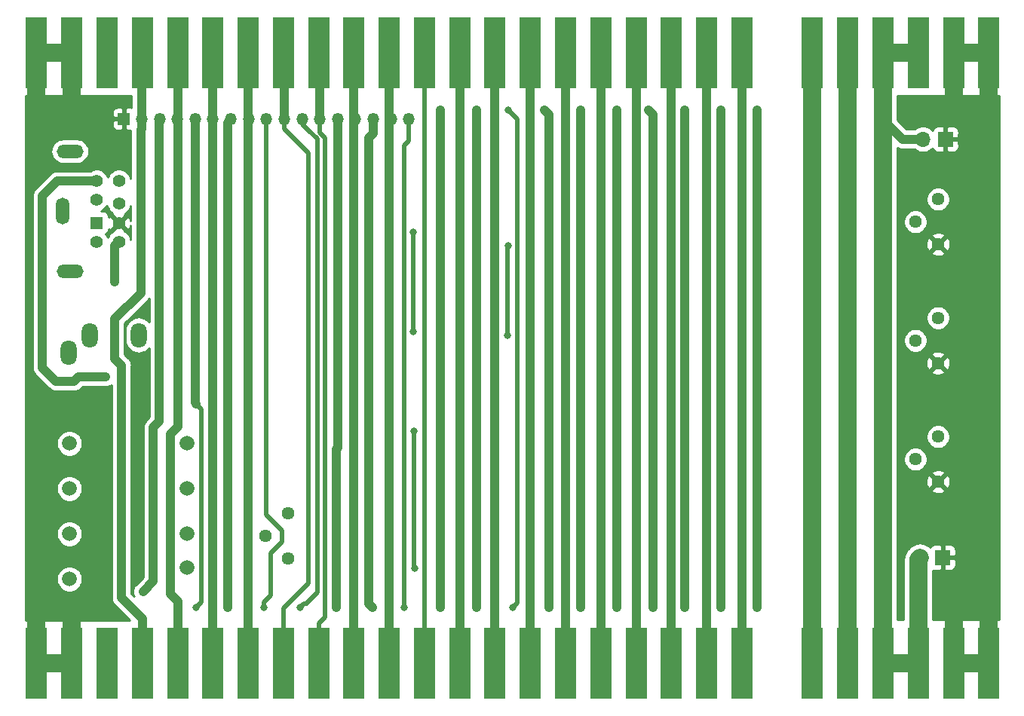
<source format=gbr>
G04 #@! TF.GenerationSoftware,KiCad,Pcbnew,(5.1.5)-3*
G04 #@! TF.CreationDate,2020-06-07T22:31:29+02:00*
G04 #@! TF.ProjectId,betsubetsu,62657473-7562-4657-9473-752e6b696361,rev?*
G04 #@! TF.SameCoordinates,Original*
G04 #@! TF.FileFunction,Copper,L2,Bot*
G04 #@! TF.FilePolarity,Positive*
%FSLAX46Y46*%
G04 Gerber Fmt 4.6, Leading zero omitted, Abs format (unit mm)*
G04 Created by KiCad (PCBNEW (5.1.5)-3) date 2020-06-07 22:31:29*
%MOMM*%
%LPD*%
G04 APERTURE LIST*
%ADD10O,1.700000X1.700000*%
%ADD11R,1.700000X1.700000*%
%ADD12O,1.350000X1.350000*%
%ADD13R,1.350000X1.350000*%
%ADD14C,1.440000*%
%ADD15R,2.350000X8.000000*%
%ADD16O,1.500000X3.000000*%
%ADD17O,3.000000X1.500000*%
%ADD18C,1.408000*%
%ADD19R,1.408000X1.408000*%
%ADD20O,1.800000X2.800000*%
%ADD21C,1.665000*%
%ADD22C,0.800000*%
%ADD23C,2.000000*%
%ADD24C,1.000000*%
%ADD25C,0.500000*%
%ADD26C,0.254000*%
G04 APERTURE END LIST*
D10*
X197815200Y-70866000D03*
D11*
X200355200Y-70866000D03*
D12*
X140102400Y-68580000D03*
X138102400Y-68580000D03*
X136102400Y-68580000D03*
X134102400Y-68580000D03*
X132102400Y-68580000D03*
X130102400Y-68580000D03*
X128102400Y-68580000D03*
X126102400Y-68580000D03*
X124102400Y-68580000D03*
X122102400Y-68580000D03*
X120102400Y-68580000D03*
X118102400Y-68580000D03*
X116102400Y-68580000D03*
X114102400Y-68580000D03*
X112102400Y-68580000D03*
X110102400Y-68580000D03*
D13*
X108102400Y-68580000D03*
D14*
X126492000Y-112903000D03*
X123952000Y-115443000D03*
X126492000Y-117983000D03*
D10*
X197485000Y-117856000D03*
D11*
X200025000Y-117856000D03*
D15*
X98289000Y-61164000D03*
X102249000Y-61164000D03*
X106209000Y-61164000D03*
X110169000Y-61164000D03*
X114129000Y-61164000D03*
X118089000Y-61164000D03*
X122049000Y-61164000D03*
X126009000Y-61164000D03*
X129969000Y-61164000D03*
X133929000Y-61164000D03*
X137889000Y-61164000D03*
X141849000Y-61164000D03*
X145809000Y-61164000D03*
X149769000Y-61164000D03*
X153729000Y-61164000D03*
X157689000Y-61164000D03*
X161649000Y-61164000D03*
X165609000Y-61164000D03*
X169569000Y-61164000D03*
X173529000Y-61164000D03*
X177489000Y-61164000D03*
X185409000Y-61164000D03*
X189369000Y-61164000D03*
X193329000Y-61164000D03*
X197289000Y-61164000D03*
X201249000Y-61164000D03*
X205209000Y-61164000D03*
X126009000Y-61164000D03*
X106209000Y-61164000D03*
X153729000Y-61164000D03*
X205209000Y-61164000D03*
X201249000Y-61164000D03*
X161649000Y-61164000D03*
X137889000Y-61164000D03*
X98289000Y-61164000D03*
X145809000Y-61164000D03*
X133929000Y-61164000D03*
X114129000Y-61164000D03*
X165609000Y-61164000D03*
X149769000Y-61164000D03*
X169569000Y-61164000D03*
X110169000Y-61164000D03*
X173529000Y-61164000D03*
X157689000Y-61164000D03*
X177489000Y-61164000D03*
X197289000Y-61164000D03*
X141849000Y-61164000D03*
X102249000Y-61164000D03*
X118089000Y-61164000D03*
X129969000Y-61164000D03*
X122049000Y-61164000D03*
X185409000Y-61164000D03*
X193329000Y-61164000D03*
X189369000Y-61164000D03*
D16*
X101229000Y-78964000D03*
D17*
X102029000Y-72214000D03*
X102029000Y-85714000D03*
D18*
X107529000Y-82364000D03*
X107529000Y-78064000D03*
X107529000Y-75564000D03*
X105029000Y-82364000D03*
X107529000Y-80264000D03*
X105029000Y-75564000D03*
X105029000Y-77664000D03*
D19*
X105029000Y-80264000D03*
D15*
X98289000Y-129744000D03*
X102249000Y-129744000D03*
X106209000Y-129744000D03*
X110169000Y-129744000D03*
X114129000Y-129744000D03*
X118089000Y-129744000D03*
X122049000Y-129744000D03*
X126009000Y-129744000D03*
X129969000Y-129744000D03*
X133929000Y-129744000D03*
X137889000Y-129744000D03*
X141849000Y-129744000D03*
X145809000Y-129744000D03*
X149769000Y-129744000D03*
X153729000Y-129744000D03*
X157689000Y-129744000D03*
X161649000Y-129744000D03*
X165609000Y-129744000D03*
X169569000Y-129744000D03*
X173529000Y-129744000D03*
X177489000Y-129744000D03*
X185409000Y-129744000D03*
X189369000Y-129744000D03*
X193329000Y-129744000D03*
X197289000Y-129744000D03*
X201249000Y-129744000D03*
X205209000Y-129744000D03*
X126009000Y-129744000D03*
X106209000Y-129744000D03*
X153729000Y-129744000D03*
X205209000Y-129744000D03*
X201249000Y-129744000D03*
X161649000Y-129744000D03*
X137889000Y-129744000D03*
X98289000Y-129744000D03*
X145809000Y-129744000D03*
X133929000Y-129744000D03*
X114129000Y-129744000D03*
X165609000Y-129744000D03*
X149769000Y-129744000D03*
X169569000Y-129744000D03*
X110169000Y-129744000D03*
X173529000Y-129744000D03*
X157689000Y-129744000D03*
X177489000Y-129744000D03*
X197289000Y-129744000D03*
X141849000Y-129744000D03*
X102249000Y-129744000D03*
X118089000Y-129744000D03*
X129969000Y-129744000D03*
X122049000Y-129744000D03*
X185409000Y-129744000D03*
X193329000Y-129744000D03*
X189369000Y-129744000D03*
D20*
X109754000Y-92869000D03*
X104254000Y-92869000D03*
X101854000Y-94869000D03*
D14*
X199517000Y-104267000D03*
X196977000Y-106807000D03*
X199517000Y-109347000D03*
X199517000Y-90932000D03*
X196977000Y-93472000D03*
X199517000Y-96012000D03*
X199517000Y-77597000D03*
X196977000Y-80137000D03*
X199517000Y-82677000D03*
D21*
X115189000Y-118999000D03*
X115189000Y-115189000D03*
X115189000Y-110109000D03*
X115189000Y-105029000D03*
X101981000Y-105029000D03*
X101981000Y-110109000D03*
X101981000Y-115189000D03*
X101981000Y-120269000D03*
D22*
X102249000Y-66483200D03*
X98289000Y-66531600D03*
X98289000Y-123935600D03*
X102249000Y-123938000D03*
X201249000Y-67025800D03*
X205209000Y-67028200D03*
X201307700Y-123685300D03*
X205209000Y-123744000D03*
X109601000Y-100076000D03*
X109601000Y-113284000D03*
X106045000Y-100076000D03*
X98171000Y-99060000D03*
X106045000Y-66548000D03*
X106045000Y-97536000D03*
X140733593Y-119044841D03*
X193329000Y-119472000D03*
X140664763Y-103673863D03*
X193329000Y-122428000D03*
X193329000Y-124044000D03*
X193329000Y-67148000D03*
X193329000Y-68672000D03*
X157689000Y-115144000D03*
X163449000Y-67564000D03*
X163449000Y-123444000D03*
X163449000Y-106680000D03*
X161649000Y-100308000D03*
X159385000Y-67564000D03*
X159385000Y-123444000D03*
X159385000Y-74676000D03*
X107061000Y-86868000D03*
X169418000Y-117094000D03*
X171069000Y-67564000D03*
X171069000Y-123444000D03*
X171069000Y-118237000D03*
X110236000Y-121666000D03*
X116205000Y-123444000D03*
X119761000Y-123444000D03*
X123825000Y-123444000D03*
X127889000Y-123444000D03*
X131953000Y-123444000D03*
X136017000Y-123444000D03*
X139573000Y-123444000D03*
X143637000Y-67564000D03*
X143637000Y-123444000D03*
X147701000Y-67564000D03*
X147701000Y-123444000D03*
X151257000Y-67564000D03*
X151765000Y-123444000D03*
X155321000Y-67564000D03*
X155829000Y-123444000D03*
X167005000Y-67564000D03*
X167513000Y-123444000D03*
X175133000Y-67564000D03*
X175133000Y-123444000D03*
X179197000Y-67564000D03*
X179197000Y-123444000D03*
X185409000Y-67056000D03*
X185409000Y-122428000D03*
X185409000Y-123836000D03*
X185409000Y-68464000D03*
X189357000Y-67056000D03*
X189357000Y-122428000D03*
X189357000Y-123952000D03*
X189369000Y-68568000D03*
X151188364Y-92894627D03*
X151257000Y-82804000D03*
X140589000Y-92456000D03*
X140589000Y-81280000D03*
D23*
X205209000Y-129744000D02*
X201249000Y-129744000D01*
X201249000Y-61164000D02*
X205209000Y-61164000D01*
X98289000Y-129744000D02*
X102249000Y-129744000D01*
X102249000Y-61164000D02*
X98289000Y-61164000D01*
X205209000Y-67164000D02*
X204546200Y-67826800D01*
X205209000Y-61164000D02*
X205209000Y-67028200D01*
X201249000Y-67164000D02*
X201980800Y-67895800D01*
X201249000Y-61164000D02*
X201249000Y-67025800D01*
X201249000Y-123744000D02*
X201307700Y-123685300D01*
X201249000Y-129744000D02*
X201249000Y-123744000D01*
X205209000Y-123744000D02*
X204680400Y-123215400D01*
X205209000Y-129744000D02*
X205209000Y-123744000D01*
X102249000Y-123744000D02*
X101955600Y-123450600D01*
X102249000Y-129744000D02*
X102249000Y-123938000D01*
X98289000Y-123744000D02*
X98602800Y-123430200D01*
X98289000Y-129744000D02*
X98289000Y-123935600D01*
X98289000Y-67164000D02*
X98882200Y-67757200D01*
X98289000Y-61164000D02*
X98289000Y-66531600D01*
X102249000Y-67164000D02*
X101468000Y-67945000D01*
X102249000Y-61164000D02*
X102249000Y-66483200D01*
X102249000Y-66483200D02*
X102249000Y-67164000D01*
X98289000Y-66531600D02*
X98289000Y-67164000D01*
X98289000Y-123935600D02*
X98289000Y-123744000D01*
X102249000Y-123938000D02*
X102249000Y-123744000D01*
X201249000Y-67025800D02*
X201249000Y-67164000D01*
X205209000Y-67028200D02*
X205209000Y-67164000D01*
X201307700Y-123685300D02*
X201320400Y-123672600D01*
X197289000Y-61164000D02*
X193329000Y-61164000D01*
X197289000Y-129744000D02*
X193329000Y-129744000D01*
X193329000Y-68234000D02*
X193329000Y-67148000D01*
X193329000Y-129744000D02*
X193329000Y-123479000D01*
D24*
X106045000Y-97536000D02*
X102997000Y-97536000D01*
X102997000Y-97536000D02*
X102489000Y-98044000D01*
X102489000Y-98044000D02*
X100457000Y-98044000D01*
X100457000Y-98044000D02*
X98933000Y-96520000D01*
X98933000Y-96520000D02*
X98933000Y-77216000D01*
X100585000Y-75564000D02*
X105029000Y-75564000D01*
X98933000Y-77216000D02*
X100585000Y-75564000D01*
D25*
X140688906Y-110345664D02*
X140688906Y-119000154D01*
X140688906Y-119000154D02*
X140733593Y-119044841D01*
D23*
X193329000Y-123479000D02*
X193329000Y-119472000D01*
X193329000Y-119472000D02*
X193329000Y-68672000D01*
D25*
X140664763Y-110321521D02*
X140664763Y-103673863D01*
X140688906Y-110345664D02*
X140664763Y-110321521D01*
D23*
X193329000Y-67148000D02*
X193329000Y-61164000D01*
X193329000Y-68672000D02*
X193329000Y-68234000D01*
X197289000Y-118052000D02*
X197485000Y-117856000D01*
X197289000Y-129744000D02*
X197289000Y-118052000D01*
D24*
X195523000Y-70866000D02*
X193329000Y-68672000D01*
X197815200Y-70866000D02*
X195523000Y-70866000D01*
X157689000Y-129744000D02*
X157689000Y-116668000D01*
X157689000Y-116668000D02*
X157689000Y-115144000D01*
X157689000Y-115144000D02*
X157689000Y-61164000D01*
X163449000Y-67564000D02*
X163449000Y-106680000D01*
X163449000Y-123444000D02*
X163449000Y-106680000D01*
X161649000Y-129744000D02*
X161649000Y-100308000D01*
X161649000Y-100308000D02*
X161649000Y-61164000D01*
X159385000Y-76708000D02*
X159385000Y-123444000D01*
X159385000Y-67564000D02*
X159385000Y-74676000D01*
X159385000Y-74676000D02*
X159385000Y-76708000D01*
X107061000Y-82832000D02*
X107529000Y-82364000D01*
X107061000Y-86868000D02*
X107061000Y-82832000D01*
X169569000Y-120928000D02*
X169569000Y-129744000D01*
X169569000Y-118388000D02*
X169569000Y-120928000D01*
X169569000Y-116943000D02*
X169569000Y-118388000D01*
D25*
X169569000Y-116943000D02*
X169418000Y-117094000D01*
D24*
X169569000Y-61164000D02*
X169569000Y-116943000D01*
X171069000Y-118872000D02*
X171069000Y-123444000D01*
X171069000Y-67564000D02*
X171069000Y-116332000D01*
X171069000Y-116332000D02*
X171069000Y-118237000D01*
X171069000Y-118237000D02*
X171069000Y-118872000D01*
X112077000Y-68707000D02*
X112077000Y-102553000D01*
X112077000Y-102553000D02*
X111379000Y-103251000D01*
X111379000Y-120523000D02*
X111379000Y-103251000D01*
X110236000Y-121666000D02*
X111379000Y-120523000D01*
D25*
X116814182Y-101193182D02*
X116814182Y-122834818D01*
X116814182Y-122834818D02*
X116205000Y-123444000D01*
X116205000Y-100584000D02*
X116814182Y-101193182D01*
D24*
X116077000Y-100456000D02*
X116077000Y-68707000D01*
X116205000Y-100584000D02*
X116077000Y-100456000D01*
X119761000Y-69023000D02*
X120077000Y-68707000D01*
X119761000Y-123444000D02*
X119761000Y-69023000D01*
D25*
X124102400Y-113053400D02*
X124102400Y-68580000D01*
X125857000Y-114808000D02*
X124102400Y-113053400D01*
X124587000Y-122116315D02*
X124587000Y-117348000D01*
X123825000Y-123444000D02*
X123825000Y-122878315D01*
X124587000Y-117348000D02*
X125857000Y-116078000D01*
X123825000Y-122878315D02*
X124587000Y-122116315D01*
X125857000Y-116078000D02*
X125857000Y-114808000D01*
X128102400Y-69174400D02*
X128102400Y-68580000D01*
X128778000Y-69850000D02*
X128102400Y-69174400D01*
X128804037Y-69850000D02*
X128778000Y-69850000D01*
X127889000Y-123444000D02*
X128288999Y-123044001D01*
X128669999Y-123044001D02*
X128669999Y-122917001D01*
X129794000Y-70839963D02*
X128804037Y-69850000D01*
X128288999Y-123044001D02*
X128669999Y-123044001D01*
X128669999Y-122917001D02*
X129794000Y-121793000D01*
X129794000Y-121793000D02*
X129794000Y-70839963D01*
D24*
X131953000Y-105664000D02*
X131953000Y-123444000D01*
X132102400Y-105514600D02*
X132102400Y-68580000D01*
X131953000Y-105664000D02*
X132102400Y-105514600D01*
X135617001Y-123044001D02*
X135617001Y-70732599D01*
X136017000Y-123444000D02*
X135617001Y-123044001D01*
X136102400Y-70247200D02*
X136102400Y-68580000D01*
X135617001Y-70732599D02*
X136102400Y-70247200D01*
D25*
X140102400Y-71073200D02*
X140102400Y-68580000D01*
X139573000Y-123444000D02*
X139573000Y-71602600D01*
X139573000Y-71602600D02*
X140102400Y-71073200D01*
D24*
X143637000Y-67564000D02*
X143637000Y-69088000D01*
X143637000Y-69088000D02*
X143637000Y-123444000D01*
X147701000Y-107188000D02*
X147701000Y-67564000D01*
X147701000Y-123444000D02*
X147701000Y-107188000D01*
D25*
X152273000Y-122936000D02*
X151765000Y-123444000D01*
X151257000Y-67564000D02*
X152273000Y-68580000D01*
X152273000Y-68580000D02*
X152273000Y-122936000D01*
D24*
X155829000Y-123444000D02*
X155829000Y-68072000D01*
X155829000Y-68072000D02*
X155321000Y-67564000D01*
X167513000Y-68072000D02*
X167513000Y-123444000D01*
X167005000Y-67564000D02*
X167513000Y-68072000D01*
X175133000Y-67564000D02*
X175133000Y-123444000D01*
X179197000Y-67564000D02*
X179197000Y-123444000D01*
D23*
X185409000Y-61164000D02*
X185409000Y-67194000D01*
X185409000Y-67194000D02*
X185409000Y-123709000D01*
X185409000Y-123709000D02*
X185409000Y-129744000D01*
X189369000Y-129744000D02*
X189369000Y-123744000D01*
X189369000Y-61164000D02*
X189369000Y-67449000D01*
X189369000Y-123744000D02*
X189369000Y-67449000D01*
D24*
X177489000Y-123273055D02*
X177489000Y-129744000D01*
X177489000Y-61164000D02*
X177489000Y-123273055D01*
X173529000Y-129744000D02*
X173529000Y-61164000D01*
X165609000Y-66164000D02*
X165609000Y-129744000D01*
X165609000Y-61164000D02*
X165609000Y-66164000D01*
X153729000Y-63989000D02*
X153729000Y-129744000D01*
X153729000Y-61164000D02*
X153729000Y-63989000D01*
X149769000Y-129744000D02*
X149769000Y-61164000D01*
X145809000Y-61164000D02*
X145809000Y-129744000D01*
D25*
X141849000Y-129744000D02*
X141849000Y-61164000D01*
D24*
X137889000Y-61164000D02*
X137889000Y-129744000D01*
X133929000Y-129744000D02*
X133929000Y-61164000D01*
D25*
X129969000Y-125244000D02*
X130683000Y-124530000D01*
X129969000Y-129744000D02*
X129969000Y-125244000D01*
X130683000Y-124530000D02*
X130683000Y-70739000D01*
X130102400Y-70158400D02*
X130102400Y-68580000D01*
X130683000Y-70739000D02*
X130102400Y-70158400D01*
D24*
X130102400Y-61297400D02*
X129969000Y-61164000D01*
X130102400Y-68580000D02*
X130102400Y-61297400D01*
D25*
X126102400Y-69714400D02*
X126102400Y-68580000D01*
X128778000Y-72390000D02*
X126102400Y-69714400D01*
X126009000Y-129744000D02*
X126009000Y-125244000D01*
X128778000Y-120777000D02*
X128778000Y-72390000D01*
X125984000Y-125219000D02*
X125984000Y-123571000D01*
X126009000Y-125244000D02*
X125984000Y-125219000D01*
X125984000Y-123571000D02*
X128778000Y-120777000D01*
D24*
X126102400Y-61257400D02*
X126009000Y-61164000D01*
X126102400Y-68580000D02*
X126102400Y-61257400D01*
X122049000Y-66164000D02*
X122049000Y-129744000D01*
X122049000Y-61164000D02*
X122049000Y-66164000D01*
X118089000Y-129744000D02*
X118089000Y-61164000D01*
X114129000Y-61164000D02*
X114129000Y-103143695D01*
X114129000Y-103143695D02*
X113318474Y-103954221D01*
X113318474Y-103954221D02*
X113318474Y-121977995D01*
X114129000Y-122788521D02*
X114129000Y-129744000D01*
X113318474Y-121977995D02*
X114129000Y-122788521D01*
X110077000Y-61256000D02*
X110169000Y-61164000D01*
X110077000Y-68707000D02*
X110077000Y-61256000D01*
X110077000Y-69661594D02*
X109982000Y-69756594D01*
X110077000Y-68707000D02*
X110077000Y-69661594D01*
X109982000Y-69756594D02*
X109982000Y-88138000D01*
X109982000Y-88138000D02*
X107061000Y-91059000D01*
X107061000Y-91059000D02*
X107061000Y-95504000D01*
X107061000Y-95504000D02*
X107823000Y-96266000D01*
X110169000Y-124744000D02*
X110169000Y-129744000D01*
X107823000Y-122398000D02*
X110169000Y-124744000D01*
X107823000Y-96266000D02*
X107823000Y-122398000D01*
D25*
X151188364Y-92894627D02*
X151188364Y-85772321D01*
X151188364Y-85772321D02*
X151188364Y-82872636D01*
X151188364Y-82872636D02*
X151257000Y-82804000D01*
X140589000Y-83049000D02*
X140589000Y-92456000D01*
X140589000Y-81280000D02*
X140589000Y-83049000D01*
D26*
G36*
X108942000Y-67291358D02*
G01*
X108901882Y-67279188D01*
X108777400Y-67266928D01*
X108388150Y-67270000D01*
X108229400Y-67428750D01*
X108229400Y-68453000D01*
X108249400Y-68453000D01*
X108249400Y-68707000D01*
X108229400Y-68707000D01*
X108229400Y-69731250D01*
X108388150Y-69890000D01*
X108777400Y-69893072D01*
X108847000Y-69886217D01*
X108847000Y-75326547D01*
X108816543Y-75173428D01*
X108715607Y-74929746D01*
X108569069Y-74710437D01*
X108382563Y-74523931D01*
X108163254Y-74377393D01*
X107919572Y-74276457D01*
X107660880Y-74225000D01*
X107397120Y-74225000D01*
X107138428Y-74276457D01*
X106894746Y-74377393D01*
X106675437Y-74523931D01*
X106488931Y-74710437D01*
X106342393Y-74929746D01*
X106279000Y-75082791D01*
X106215607Y-74929746D01*
X106069069Y-74710437D01*
X105882563Y-74523931D01*
X105663254Y-74377393D01*
X105419572Y-74276457D01*
X105160880Y-74225000D01*
X104897120Y-74225000D01*
X104638428Y-74276457D01*
X104394746Y-74377393D01*
X104317511Y-74429000D01*
X100640752Y-74429000D01*
X100585000Y-74423509D01*
X100529248Y-74429000D01*
X100362501Y-74445423D01*
X100148553Y-74510324D01*
X99951377Y-74615716D01*
X99778551Y-74757551D01*
X99743009Y-74800860D01*
X98169860Y-76374009D01*
X98126552Y-76409551D01*
X97984717Y-76582377D01*
X97947370Y-76652249D01*
X97879324Y-76779554D01*
X97814423Y-76993502D01*
X97792509Y-77216000D01*
X97798001Y-77271762D01*
X97798000Y-96464249D01*
X97792509Y-96520000D01*
X97800423Y-96600353D01*
X97814423Y-96742498D01*
X97879324Y-96956446D01*
X97984716Y-97153623D01*
X98126551Y-97326449D01*
X98169865Y-97361996D01*
X99615009Y-98807140D01*
X99650551Y-98850449D01*
X99823377Y-98992284D01*
X100020553Y-99097676D01*
X100234501Y-99162577D01*
X100401248Y-99179000D01*
X100401257Y-99179000D01*
X100456999Y-99184490D01*
X100512741Y-99179000D01*
X102433249Y-99179000D01*
X102489000Y-99184491D01*
X102544751Y-99179000D01*
X102544752Y-99179000D01*
X102711499Y-99162577D01*
X102925447Y-99097676D01*
X103122623Y-98992284D01*
X103295449Y-98850449D01*
X103330996Y-98807135D01*
X103467131Y-98671000D01*
X106100752Y-98671000D01*
X106267499Y-98654577D01*
X106481447Y-98589676D01*
X106678623Y-98484284D01*
X106688000Y-98476588D01*
X106688001Y-122342238D01*
X106682509Y-122398000D01*
X106704423Y-122620498D01*
X106769324Y-122834446D01*
X106814410Y-122918795D01*
X106874717Y-123031623D01*
X107016552Y-123204449D01*
X107059860Y-123239991D01*
X108745788Y-124925920D01*
X97053000Y-124942108D01*
X97053000Y-120124464D01*
X100513500Y-120124464D01*
X100513500Y-120413536D01*
X100569895Y-120697054D01*
X100680518Y-120964122D01*
X100841118Y-121204477D01*
X101045523Y-121408882D01*
X101285878Y-121569482D01*
X101552946Y-121680105D01*
X101836464Y-121736500D01*
X102125536Y-121736500D01*
X102409054Y-121680105D01*
X102676122Y-121569482D01*
X102916477Y-121408882D01*
X103120882Y-121204477D01*
X103281482Y-120964122D01*
X103392105Y-120697054D01*
X103448500Y-120413536D01*
X103448500Y-120124464D01*
X103392105Y-119840946D01*
X103281482Y-119573878D01*
X103120882Y-119333523D01*
X102916477Y-119129118D01*
X102676122Y-118968518D01*
X102409054Y-118857895D01*
X102125536Y-118801500D01*
X101836464Y-118801500D01*
X101552946Y-118857895D01*
X101285878Y-118968518D01*
X101045523Y-119129118D01*
X100841118Y-119333523D01*
X100680518Y-119573878D01*
X100569895Y-119840946D01*
X100513500Y-120124464D01*
X97053000Y-120124464D01*
X97053000Y-115044464D01*
X100513500Y-115044464D01*
X100513500Y-115333536D01*
X100569895Y-115617054D01*
X100680518Y-115884122D01*
X100841118Y-116124477D01*
X101045523Y-116328882D01*
X101285878Y-116489482D01*
X101552946Y-116600105D01*
X101836464Y-116656500D01*
X102125536Y-116656500D01*
X102409054Y-116600105D01*
X102676122Y-116489482D01*
X102916477Y-116328882D01*
X103120882Y-116124477D01*
X103281482Y-115884122D01*
X103392105Y-115617054D01*
X103448500Y-115333536D01*
X103448500Y-115044464D01*
X103392105Y-114760946D01*
X103281482Y-114493878D01*
X103120882Y-114253523D01*
X102916477Y-114049118D01*
X102676122Y-113888518D01*
X102409054Y-113777895D01*
X102125536Y-113721500D01*
X101836464Y-113721500D01*
X101552946Y-113777895D01*
X101285878Y-113888518D01*
X101045523Y-114049118D01*
X100841118Y-114253523D01*
X100680518Y-114493878D01*
X100569895Y-114760946D01*
X100513500Y-115044464D01*
X97053000Y-115044464D01*
X97053000Y-109964464D01*
X100513500Y-109964464D01*
X100513500Y-110253536D01*
X100569895Y-110537054D01*
X100680518Y-110804122D01*
X100841118Y-111044477D01*
X101045523Y-111248882D01*
X101285878Y-111409482D01*
X101552946Y-111520105D01*
X101836464Y-111576500D01*
X102125536Y-111576500D01*
X102409054Y-111520105D01*
X102676122Y-111409482D01*
X102916477Y-111248882D01*
X103120882Y-111044477D01*
X103281482Y-110804122D01*
X103392105Y-110537054D01*
X103448500Y-110253536D01*
X103448500Y-109964464D01*
X103392105Y-109680946D01*
X103281482Y-109413878D01*
X103120882Y-109173523D01*
X102916477Y-108969118D01*
X102676122Y-108808518D01*
X102409054Y-108697895D01*
X102125536Y-108641500D01*
X101836464Y-108641500D01*
X101552946Y-108697895D01*
X101285878Y-108808518D01*
X101045523Y-108969118D01*
X100841118Y-109173523D01*
X100680518Y-109413878D01*
X100569895Y-109680946D01*
X100513500Y-109964464D01*
X97053000Y-109964464D01*
X97053000Y-104884464D01*
X100513500Y-104884464D01*
X100513500Y-105173536D01*
X100569895Y-105457054D01*
X100680518Y-105724122D01*
X100841118Y-105964477D01*
X101045523Y-106168882D01*
X101285878Y-106329482D01*
X101552946Y-106440105D01*
X101836464Y-106496500D01*
X102125536Y-106496500D01*
X102409054Y-106440105D01*
X102676122Y-106329482D01*
X102916477Y-106168882D01*
X103120882Y-105964477D01*
X103281482Y-105724122D01*
X103392105Y-105457054D01*
X103448500Y-105173536D01*
X103448500Y-104884464D01*
X103392105Y-104600946D01*
X103281482Y-104333878D01*
X103120882Y-104093523D01*
X102916477Y-103889118D01*
X102676122Y-103728518D01*
X102409054Y-103617895D01*
X102125536Y-103561500D01*
X101836464Y-103561500D01*
X101552946Y-103617895D01*
X101285878Y-103728518D01*
X101045523Y-103889118D01*
X100841118Y-104093523D01*
X100680518Y-104333878D01*
X100569895Y-104600946D01*
X100513500Y-104884464D01*
X97053000Y-104884464D01*
X97053000Y-72214000D01*
X99887299Y-72214000D01*
X99914040Y-72485507D01*
X99993236Y-72746581D01*
X100121843Y-72987188D01*
X100294919Y-73198081D01*
X100505812Y-73371157D01*
X100746419Y-73499764D01*
X101007493Y-73578960D01*
X101210963Y-73599000D01*
X102847037Y-73599000D01*
X103050507Y-73578960D01*
X103311581Y-73499764D01*
X103552188Y-73371157D01*
X103763081Y-73198081D01*
X103936157Y-72987188D01*
X104064764Y-72746581D01*
X104143960Y-72485507D01*
X104170701Y-72214000D01*
X104143960Y-71942493D01*
X104064764Y-71681419D01*
X103936157Y-71440812D01*
X103763081Y-71229919D01*
X103552188Y-71056843D01*
X103311581Y-70928236D01*
X103050507Y-70849040D01*
X102847037Y-70829000D01*
X101210963Y-70829000D01*
X101007493Y-70849040D01*
X100746419Y-70928236D01*
X100505812Y-71056843D01*
X100294919Y-71229919D01*
X100121843Y-71440812D01*
X99993236Y-71681419D01*
X99914040Y-71942493D01*
X99887299Y-72214000D01*
X97053000Y-72214000D01*
X97053000Y-69255000D01*
X106789328Y-69255000D01*
X106801588Y-69379482D01*
X106837898Y-69499180D01*
X106896863Y-69609494D01*
X106976215Y-69706185D01*
X107072906Y-69785537D01*
X107183220Y-69844502D01*
X107302918Y-69880812D01*
X107427400Y-69893072D01*
X107816650Y-69890000D01*
X107975400Y-69731250D01*
X107975400Y-68707000D01*
X106951150Y-68707000D01*
X106792400Y-68865750D01*
X106789328Y-69255000D01*
X97053000Y-69255000D01*
X97053000Y-67905000D01*
X106789328Y-67905000D01*
X106792400Y-68294250D01*
X106951150Y-68453000D01*
X107975400Y-68453000D01*
X107975400Y-67428750D01*
X107816650Y-67270000D01*
X107427400Y-67266928D01*
X107302918Y-67279188D01*
X107183220Y-67315498D01*
X107072906Y-67374463D01*
X106976215Y-67453815D01*
X106896863Y-67550506D01*
X106837898Y-67660820D01*
X106801588Y-67780518D01*
X106789328Y-67905000D01*
X97053000Y-67905000D01*
X97053000Y-65963800D01*
X108942000Y-65963800D01*
X108942000Y-67291358D01*
G37*
X108942000Y-67291358D02*
X108901882Y-67279188D01*
X108777400Y-67266928D01*
X108388150Y-67270000D01*
X108229400Y-67428750D01*
X108229400Y-68453000D01*
X108249400Y-68453000D01*
X108249400Y-68707000D01*
X108229400Y-68707000D01*
X108229400Y-69731250D01*
X108388150Y-69890000D01*
X108777400Y-69893072D01*
X108847000Y-69886217D01*
X108847000Y-75326547D01*
X108816543Y-75173428D01*
X108715607Y-74929746D01*
X108569069Y-74710437D01*
X108382563Y-74523931D01*
X108163254Y-74377393D01*
X107919572Y-74276457D01*
X107660880Y-74225000D01*
X107397120Y-74225000D01*
X107138428Y-74276457D01*
X106894746Y-74377393D01*
X106675437Y-74523931D01*
X106488931Y-74710437D01*
X106342393Y-74929746D01*
X106279000Y-75082791D01*
X106215607Y-74929746D01*
X106069069Y-74710437D01*
X105882563Y-74523931D01*
X105663254Y-74377393D01*
X105419572Y-74276457D01*
X105160880Y-74225000D01*
X104897120Y-74225000D01*
X104638428Y-74276457D01*
X104394746Y-74377393D01*
X104317511Y-74429000D01*
X100640752Y-74429000D01*
X100585000Y-74423509D01*
X100529248Y-74429000D01*
X100362501Y-74445423D01*
X100148553Y-74510324D01*
X99951377Y-74615716D01*
X99778551Y-74757551D01*
X99743009Y-74800860D01*
X98169860Y-76374009D01*
X98126552Y-76409551D01*
X97984717Y-76582377D01*
X97947370Y-76652249D01*
X97879324Y-76779554D01*
X97814423Y-76993502D01*
X97792509Y-77216000D01*
X97798001Y-77271762D01*
X97798000Y-96464249D01*
X97792509Y-96520000D01*
X97800423Y-96600353D01*
X97814423Y-96742498D01*
X97879324Y-96956446D01*
X97984716Y-97153623D01*
X98126551Y-97326449D01*
X98169865Y-97361996D01*
X99615009Y-98807140D01*
X99650551Y-98850449D01*
X99823377Y-98992284D01*
X100020553Y-99097676D01*
X100234501Y-99162577D01*
X100401248Y-99179000D01*
X100401257Y-99179000D01*
X100456999Y-99184490D01*
X100512741Y-99179000D01*
X102433249Y-99179000D01*
X102489000Y-99184491D01*
X102544751Y-99179000D01*
X102544752Y-99179000D01*
X102711499Y-99162577D01*
X102925447Y-99097676D01*
X103122623Y-98992284D01*
X103295449Y-98850449D01*
X103330996Y-98807135D01*
X103467131Y-98671000D01*
X106100752Y-98671000D01*
X106267499Y-98654577D01*
X106481447Y-98589676D01*
X106678623Y-98484284D01*
X106688000Y-98476588D01*
X106688001Y-122342238D01*
X106682509Y-122398000D01*
X106704423Y-122620498D01*
X106769324Y-122834446D01*
X106814410Y-122918795D01*
X106874717Y-123031623D01*
X107016552Y-123204449D01*
X107059860Y-123239991D01*
X108745788Y-124925920D01*
X97053000Y-124942108D01*
X97053000Y-120124464D01*
X100513500Y-120124464D01*
X100513500Y-120413536D01*
X100569895Y-120697054D01*
X100680518Y-120964122D01*
X100841118Y-121204477D01*
X101045523Y-121408882D01*
X101285878Y-121569482D01*
X101552946Y-121680105D01*
X101836464Y-121736500D01*
X102125536Y-121736500D01*
X102409054Y-121680105D01*
X102676122Y-121569482D01*
X102916477Y-121408882D01*
X103120882Y-121204477D01*
X103281482Y-120964122D01*
X103392105Y-120697054D01*
X103448500Y-120413536D01*
X103448500Y-120124464D01*
X103392105Y-119840946D01*
X103281482Y-119573878D01*
X103120882Y-119333523D01*
X102916477Y-119129118D01*
X102676122Y-118968518D01*
X102409054Y-118857895D01*
X102125536Y-118801500D01*
X101836464Y-118801500D01*
X101552946Y-118857895D01*
X101285878Y-118968518D01*
X101045523Y-119129118D01*
X100841118Y-119333523D01*
X100680518Y-119573878D01*
X100569895Y-119840946D01*
X100513500Y-120124464D01*
X97053000Y-120124464D01*
X97053000Y-115044464D01*
X100513500Y-115044464D01*
X100513500Y-115333536D01*
X100569895Y-115617054D01*
X100680518Y-115884122D01*
X100841118Y-116124477D01*
X101045523Y-116328882D01*
X101285878Y-116489482D01*
X101552946Y-116600105D01*
X101836464Y-116656500D01*
X102125536Y-116656500D01*
X102409054Y-116600105D01*
X102676122Y-116489482D01*
X102916477Y-116328882D01*
X103120882Y-116124477D01*
X103281482Y-115884122D01*
X103392105Y-115617054D01*
X103448500Y-115333536D01*
X103448500Y-115044464D01*
X103392105Y-114760946D01*
X103281482Y-114493878D01*
X103120882Y-114253523D01*
X102916477Y-114049118D01*
X102676122Y-113888518D01*
X102409054Y-113777895D01*
X102125536Y-113721500D01*
X101836464Y-113721500D01*
X101552946Y-113777895D01*
X101285878Y-113888518D01*
X101045523Y-114049118D01*
X100841118Y-114253523D01*
X100680518Y-114493878D01*
X100569895Y-114760946D01*
X100513500Y-115044464D01*
X97053000Y-115044464D01*
X97053000Y-109964464D01*
X100513500Y-109964464D01*
X100513500Y-110253536D01*
X100569895Y-110537054D01*
X100680518Y-110804122D01*
X100841118Y-111044477D01*
X101045523Y-111248882D01*
X101285878Y-111409482D01*
X101552946Y-111520105D01*
X101836464Y-111576500D01*
X102125536Y-111576500D01*
X102409054Y-111520105D01*
X102676122Y-111409482D01*
X102916477Y-111248882D01*
X103120882Y-111044477D01*
X103281482Y-110804122D01*
X103392105Y-110537054D01*
X103448500Y-110253536D01*
X103448500Y-109964464D01*
X103392105Y-109680946D01*
X103281482Y-109413878D01*
X103120882Y-109173523D01*
X102916477Y-108969118D01*
X102676122Y-108808518D01*
X102409054Y-108697895D01*
X102125536Y-108641500D01*
X101836464Y-108641500D01*
X101552946Y-108697895D01*
X101285878Y-108808518D01*
X101045523Y-108969118D01*
X100841118Y-109173523D01*
X100680518Y-109413878D01*
X100569895Y-109680946D01*
X100513500Y-109964464D01*
X97053000Y-109964464D01*
X97053000Y-104884464D01*
X100513500Y-104884464D01*
X100513500Y-105173536D01*
X100569895Y-105457054D01*
X100680518Y-105724122D01*
X100841118Y-105964477D01*
X101045523Y-106168882D01*
X101285878Y-106329482D01*
X101552946Y-106440105D01*
X101836464Y-106496500D01*
X102125536Y-106496500D01*
X102409054Y-106440105D01*
X102676122Y-106329482D01*
X102916477Y-106168882D01*
X103120882Y-105964477D01*
X103281482Y-105724122D01*
X103392105Y-105457054D01*
X103448500Y-105173536D01*
X103448500Y-104884464D01*
X103392105Y-104600946D01*
X103281482Y-104333878D01*
X103120882Y-104093523D01*
X102916477Y-103889118D01*
X102676122Y-103728518D01*
X102409054Y-103617895D01*
X102125536Y-103561500D01*
X101836464Y-103561500D01*
X101552946Y-103617895D01*
X101285878Y-103728518D01*
X101045523Y-103889118D01*
X100841118Y-104093523D01*
X100680518Y-104333878D01*
X100569895Y-104600946D01*
X100513500Y-104884464D01*
X97053000Y-104884464D01*
X97053000Y-72214000D01*
X99887299Y-72214000D01*
X99914040Y-72485507D01*
X99993236Y-72746581D01*
X100121843Y-72987188D01*
X100294919Y-73198081D01*
X100505812Y-73371157D01*
X100746419Y-73499764D01*
X101007493Y-73578960D01*
X101210963Y-73599000D01*
X102847037Y-73599000D01*
X103050507Y-73578960D01*
X103311581Y-73499764D01*
X103552188Y-73371157D01*
X103763081Y-73198081D01*
X103936157Y-72987188D01*
X104064764Y-72746581D01*
X104143960Y-72485507D01*
X104170701Y-72214000D01*
X104143960Y-71942493D01*
X104064764Y-71681419D01*
X103936157Y-71440812D01*
X103763081Y-71229919D01*
X103552188Y-71056843D01*
X103311581Y-70928236D01*
X103050507Y-70849040D01*
X102847037Y-70829000D01*
X101210963Y-70829000D01*
X101007493Y-70849040D01*
X100746419Y-70928236D01*
X100505812Y-71056843D01*
X100294919Y-71229919D01*
X100121843Y-71440812D01*
X99993236Y-71681419D01*
X99914040Y-71942493D01*
X99887299Y-72214000D01*
X97053000Y-72214000D01*
X97053000Y-69255000D01*
X106789328Y-69255000D01*
X106801588Y-69379482D01*
X106837898Y-69499180D01*
X106896863Y-69609494D01*
X106976215Y-69706185D01*
X107072906Y-69785537D01*
X107183220Y-69844502D01*
X107302918Y-69880812D01*
X107427400Y-69893072D01*
X107816650Y-69890000D01*
X107975400Y-69731250D01*
X107975400Y-68707000D01*
X106951150Y-68707000D01*
X106792400Y-68865750D01*
X106789328Y-69255000D01*
X97053000Y-69255000D01*
X97053000Y-67905000D01*
X106789328Y-67905000D01*
X106792400Y-68294250D01*
X106951150Y-68453000D01*
X107975400Y-68453000D01*
X107975400Y-67428750D01*
X107816650Y-67270000D01*
X107427400Y-67266928D01*
X107302918Y-67279188D01*
X107183220Y-67315498D01*
X107072906Y-67374463D01*
X106976215Y-67453815D01*
X106896863Y-67550506D01*
X106837898Y-67660820D01*
X106801588Y-67780518D01*
X106789328Y-67905000D01*
X97053000Y-67905000D01*
X97053000Y-65963800D01*
X108942000Y-65963800D01*
X108942000Y-67291358D01*
G36*
X206350000Y-124790797D02*
G01*
X198924000Y-124801078D01*
X198924000Y-119291857D01*
X198930820Y-119295502D01*
X199050518Y-119331812D01*
X199175000Y-119344072D01*
X199739250Y-119341000D01*
X199898000Y-119182250D01*
X199898000Y-117983000D01*
X200152000Y-117983000D01*
X200152000Y-119182250D01*
X200310750Y-119341000D01*
X200875000Y-119344072D01*
X200999482Y-119331812D01*
X201119180Y-119295502D01*
X201229494Y-119236537D01*
X201326185Y-119157185D01*
X201405537Y-119060494D01*
X201464502Y-118950180D01*
X201500812Y-118830482D01*
X201513072Y-118706000D01*
X201510000Y-118141750D01*
X201351250Y-117983000D01*
X200152000Y-117983000D01*
X199898000Y-117983000D01*
X199878000Y-117983000D01*
X199878000Y-117729000D01*
X199898000Y-117729000D01*
X199898000Y-116529750D01*
X200152000Y-116529750D01*
X200152000Y-117729000D01*
X201351250Y-117729000D01*
X201510000Y-117570250D01*
X201513072Y-117006000D01*
X201500812Y-116881518D01*
X201464502Y-116761820D01*
X201405537Y-116651506D01*
X201326185Y-116554815D01*
X201229494Y-116475463D01*
X201119180Y-116416498D01*
X200999482Y-116380188D01*
X200875000Y-116367928D01*
X200310750Y-116371000D01*
X200152000Y-116529750D01*
X199898000Y-116529750D01*
X199739250Y-116371000D01*
X199175000Y-116367928D01*
X199050518Y-116380188D01*
X198930820Y-116416498D01*
X198820506Y-116475463D01*
X198723815Y-116554815D01*
X198644463Y-116651506D01*
X198629254Y-116679959D01*
X198397752Y-116489970D01*
X198113714Y-116338148D01*
X197805516Y-116244657D01*
X197485000Y-116213089D01*
X197164484Y-116244657D01*
X196856286Y-116338148D01*
X196572248Y-116489970D01*
X196385677Y-116643085D01*
X196189682Y-116839080D01*
X196127287Y-116890286D01*
X195960104Y-117094000D01*
X195922970Y-117139248D01*
X195771148Y-117423286D01*
X195677658Y-117731484D01*
X195646089Y-118052000D01*
X195654001Y-118132329D01*
X195654000Y-124805605D01*
X194964000Y-124806560D01*
X194964000Y-110282560D01*
X198761045Y-110282560D01*
X198822932Y-110518368D01*
X199064790Y-110631266D01*
X199324027Y-110694811D01*
X199590680Y-110706561D01*
X199854501Y-110666063D01*
X200105353Y-110574875D01*
X200211068Y-110518368D01*
X200272955Y-110282560D01*
X199517000Y-109526605D01*
X198761045Y-110282560D01*
X194964000Y-110282560D01*
X194964000Y-109420680D01*
X198157439Y-109420680D01*
X198197937Y-109684501D01*
X198289125Y-109935353D01*
X198345632Y-110041068D01*
X198581440Y-110102955D01*
X199337395Y-109347000D01*
X199696605Y-109347000D01*
X200452560Y-110102955D01*
X200688368Y-110041068D01*
X200801266Y-109799210D01*
X200864811Y-109539973D01*
X200876561Y-109273320D01*
X200836063Y-109009499D01*
X200744875Y-108758647D01*
X200688368Y-108652932D01*
X200452560Y-108591045D01*
X199696605Y-109347000D01*
X199337395Y-109347000D01*
X198581440Y-108591045D01*
X198345632Y-108652932D01*
X198232734Y-108894790D01*
X198169189Y-109154027D01*
X198157439Y-109420680D01*
X194964000Y-109420680D01*
X194964000Y-108411440D01*
X198761045Y-108411440D01*
X199517000Y-109167395D01*
X200272955Y-108411440D01*
X200211068Y-108175632D01*
X199969210Y-108062734D01*
X199709973Y-107999189D01*
X199443320Y-107987439D01*
X199179499Y-108027937D01*
X198928647Y-108119125D01*
X198822932Y-108175632D01*
X198761045Y-108411440D01*
X194964000Y-108411440D01*
X194964000Y-106673544D01*
X195622000Y-106673544D01*
X195622000Y-106940456D01*
X195674072Y-107202239D01*
X195776215Y-107448833D01*
X195924503Y-107670762D01*
X196113238Y-107859497D01*
X196335167Y-108007785D01*
X196581761Y-108109928D01*
X196843544Y-108162000D01*
X197110456Y-108162000D01*
X197372239Y-108109928D01*
X197618833Y-108007785D01*
X197840762Y-107859497D01*
X198029497Y-107670762D01*
X198177785Y-107448833D01*
X198279928Y-107202239D01*
X198332000Y-106940456D01*
X198332000Y-106673544D01*
X198279928Y-106411761D01*
X198177785Y-106165167D01*
X198029497Y-105943238D01*
X197840762Y-105754503D01*
X197618833Y-105606215D01*
X197372239Y-105504072D01*
X197110456Y-105452000D01*
X196843544Y-105452000D01*
X196581761Y-105504072D01*
X196335167Y-105606215D01*
X196113238Y-105754503D01*
X195924503Y-105943238D01*
X195776215Y-106165167D01*
X195674072Y-106411761D01*
X195622000Y-106673544D01*
X194964000Y-106673544D01*
X194964000Y-104133544D01*
X198162000Y-104133544D01*
X198162000Y-104400456D01*
X198214072Y-104662239D01*
X198316215Y-104908833D01*
X198464503Y-105130762D01*
X198653238Y-105319497D01*
X198875167Y-105467785D01*
X199121761Y-105569928D01*
X199383544Y-105622000D01*
X199650456Y-105622000D01*
X199912239Y-105569928D01*
X200158833Y-105467785D01*
X200380762Y-105319497D01*
X200569497Y-105130762D01*
X200717785Y-104908833D01*
X200819928Y-104662239D01*
X200872000Y-104400456D01*
X200872000Y-104133544D01*
X200819928Y-103871761D01*
X200717785Y-103625167D01*
X200569497Y-103403238D01*
X200380762Y-103214503D01*
X200158833Y-103066215D01*
X199912239Y-102964072D01*
X199650456Y-102912000D01*
X199383544Y-102912000D01*
X199121761Y-102964072D01*
X198875167Y-103066215D01*
X198653238Y-103214503D01*
X198464503Y-103403238D01*
X198316215Y-103625167D01*
X198214072Y-103871761D01*
X198162000Y-104133544D01*
X194964000Y-104133544D01*
X194964000Y-96947560D01*
X198761045Y-96947560D01*
X198822932Y-97183368D01*
X199064790Y-97296266D01*
X199324027Y-97359811D01*
X199590680Y-97371561D01*
X199854501Y-97331063D01*
X200105353Y-97239875D01*
X200211068Y-97183368D01*
X200272955Y-96947560D01*
X199517000Y-96191605D01*
X198761045Y-96947560D01*
X194964000Y-96947560D01*
X194964000Y-96085680D01*
X198157439Y-96085680D01*
X198197937Y-96349501D01*
X198289125Y-96600353D01*
X198345632Y-96706068D01*
X198581440Y-96767955D01*
X199337395Y-96012000D01*
X199696605Y-96012000D01*
X200452560Y-96767955D01*
X200688368Y-96706068D01*
X200801266Y-96464210D01*
X200864811Y-96204973D01*
X200876561Y-95938320D01*
X200836063Y-95674499D01*
X200744875Y-95423647D01*
X200688368Y-95317932D01*
X200452560Y-95256045D01*
X199696605Y-96012000D01*
X199337395Y-96012000D01*
X198581440Y-95256045D01*
X198345632Y-95317932D01*
X198232734Y-95559790D01*
X198169189Y-95819027D01*
X198157439Y-96085680D01*
X194964000Y-96085680D01*
X194964000Y-95076440D01*
X198761045Y-95076440D01*
X199517000Y-95832395D01*
X200272955Y-95076440D01*
X200211068Y-94840632D01*
X199969210Y-94727734D01*
X199709973Y-94664189D01*
X199443320Y-94652439D01*
X199179499Y-94692937D01*
X198928647Y-94784125D01*
X198822932Y-94840632D01*
X198761045Y-95076440D01*
X194964000Y-95076440D01*
X194964000Y-93338544D01*
X195622000Y-93338544D01*
X195622000Y-93605456D01*
X195674072Y-93867239D01*
X195776215Y-94113833D01*
X195924503Y-94335762D01*
X196113238Y-94524497D01*
X196335167Y-94672785D01*
X196581761Y-94774928D01*
X196843544Y-94827000D01*
X197110456Y-94827000D01*
X197372239Y-94774928D01*
X197618833Y-94672785D01*
X197840762Y-94524497D01*
X198029497Y-94335762D01*
X198177785Y-94113833D01*
X198279928Y-93867239D01*
X198332000Y-93605456D01*
X198332000Y-93338544D01*
X198279928Y-93076761D01*
X198177785Y-92830167D01*
X198029497Y-92608238D01*
X197840762Y-92419503D01*
X197618833Y-92271215D01*
X197372239Y-92169072D01*
X197110456Y-92117000D01*
X196843544Y-92117000D01*
X196581761Y-92169072D01*
X196335167Y-92271215D01*
X196113238Y-92419503D01*
X195924503Y-92608238D01*
X195776215Y-92830167D01*
X195674072Y-93076761D01*
X195622000Y-93338544D01*
X194964000Y-93338544D01*
X194964000Y-90798544D01*
X198162000Y-90798544D01*
X198162000Y-91065456D01*
X198214072Y-91327239D01*
X198316215Y-91573833D01*
X198464503Y-91795762D01*
X198653238Y-91984497D01*
X198875167Y-92132785D01*
X199121761Y-92234928D01*
X199383544Y-92287000D01*
X199650456Y-92287000D01*
X199912239Y-92234928D01*
X200158833Y-92132785D01*
X200380762Y-91984497D01*
X200569497Y-91795762D01*
X200717785Y-91573833D01*
X200819928Y-91327239D01*
X200872000Y-91065456D01*
X200872000Y-90798544D01*
X200819928Y-90536761D01*
X200717785Y-90290167D01*
X200569497Y-90068238D01*
X200380762Y-89879503D01*
X200158833Y-89731215D01*
X199912239Y-89629072D01*
X199650456Y-89577000D01*
X199383544Y-89577000D01*
X199121761Y-89629072D01*
X198875167Y-89731215D01*
X198653238Y-89879503D01*
X198464503Y-90068238D01*
X198316215Y-90290167D01*
X198214072Y-90536761D01*
X198162000Y-90798544D01*
X194964000Y-90798544D01*
X194964000Y-83612560D01*
X198761045Y-83612560D01*
X198822932Y-83848368D01*
X199064790Y-83961266D01*
X199324027Y-84024811D01*
X199590680Y-84036561D01*
X199854501Y-83996063D01*
X200105353Y-83904875D01*
X200211068Y-83848368D01*
X200272955Y-83612560D01*
X199517000Y-82856605D01*
X198761045Y-83612560D01*
X194964000Y-83612560D01*
X194964000Y-82750680D01*
X198157439Y-82750680D01*
X198197937Y-83014501D01*
X198289125Y-83265353D01*
X198345632Y-83371068D01*
X198581440Y-83432955D01*
X199337395Y-82677000D01*
X199696605Y-82677000D01*
X200452560Y-83432955D01*
X200688368Y-83371068D01*
X200801266Y-83129210D01*
X200864811Y-82869973D01*
X200876561Y-82603320D01*
X200836063Y-82339499D01*
X200744875Y-82088647D01*
X200688368Y-81982932D01*
X200452560Y-81921045D01*
X199696605Y-82677000D01*
X199337395Y-82677000D01*
X198581440Y-81921045D01*
X198345632Y-81982932D01*
X198232734Y-82224790D01*
X198169189Y-82484027D01*
X198157439Y-82750680D01*
X194964000Y-82750680D01*
X194964000Y-81741440D01*
X198761045Y-81741440D01*
X199517000Y-82497395D01*
X200272955Y-81741440D01*
X200211068Y-81505632D01*
X199969210Y-81392734D01*
X199709973Y-81329189D01*
X199443320Y-81317439D01*
X199179499Y-81357937D01*
X198928647Y-81449125D01*
X198822932Y-81505632D01*
X198761045Y-81741440D01*
X194964000Y-81741440D01*
X194964000Y-80003544D01*
X195622000Y-80003544D01*
X195622000Y-80270456D01*
X195674072Y-80532239D01*
X195776215Y-80778833D01*
X195924503Y-81000762D01*
X196113238Y-81189497D01*
X196335167Y-81337785D01*
X196581761Y-81439928D01*
X196843544Y-81492000D01*
X197110456Y-81492000D01*
X197372239Y-81439928D01*
X197618833Y-81337785D01*
X197840762Y-81189497D01*
X198029497Y-81000762D01*
X198177785Y-80778833D01*
X198279928Y-80532239D01*
X198332000Y-80270456D01*
X198332000Y-80003544D01*
X198279928Y-79741761D01*
X198177785Y-79495167D01*
X198029497Y-79273238D01*
X197840762Y-79084503D01*
X197618833Y-78936215D01*
X197372239Y-78834072D01*
X197110456Y-78782000D01*
X196843544Y-78782000D01*
X196581761Y-78834072D01*
X196335167Y-78936215D01*
X196113238Y-79084503D01*
X195924503Y-79273238D01*
X195776215Y-79495167D01*
X195674072Y-79741761D01*
X195622000Y-80003544D01*
X194964000Y-80003544D01*
X194964000Y-77463544D01*
X198162000Y-77463544D01*
X198162000Y-77730456D01*
X198214072Y-77992239D01*
X198316215Y-78238833D01*
X198464503Y-78460762D01*
X198653238Y-78649497D01*
X198875167Y-78797785D01*
X199121761Y-78899928D01*
X199383544Y-78952000D01*
X199650456Y-78952000D01*
X199912239Y-78899928D01*
X200158833Y-78797785D01*
X200380762Y-78649497D01*
X200569497Y-78460762D01*
X200717785Y-78238833D01*
X200819928Y-77992239D01*
X200872000Y-77730456D01*
X200872000Y-77463544D01*
X200819928Y-77201761D01*
X200717785Y-76955167D01*
X200569497Y-76733238D01*
X200380762Y-76544503D01*
X200158833Y-76396215D01*
X199912239Y-76294072D01*
X199650456Y-76242000D01*
X199383544Y-76242000D01*
X199121761Y-76294072D01*
X198875167Y-76396215D01*
X198653238Y-76544503D01*
X198464503Y-76733238D01*
X198316215Y-76955167D01*
X198214072Y-77201761D01*
X198162000Y-77463544D01*
X194964000Y-77463544D01*
X194964000Y-71854171D01*
X195086553Y-71919676D01*
X195300501Y-71984577D01*
X195523000Y-72006491D01*
X195578752Y-72001000D01*
X196850093Y-72001000D01*
X196868568Y-72019475D01*
X197111789Y-72181990D01*
X197382042Y-72293932D01*
X197668940Y-72351000D01*
X197961460Y-72351000D01*
X198248358Y-72293932D01*
X198518611Y-72181990D01*
X198761832Y-72019475D01*
X198893687Y-71887620D01*
X198915698Y-71960180D01*
X198974663Y-72070494D01*
X199054015Y-72167185D01*
X199150706Y-72246537D01*
X199261020Y-72305502D01*
X199380718Y-72341812D01*
X199505200Y-72354072D01*
X200069450Y-72351000D01*
X200228200Y-72192250D01*
X200228200Y-70993000D01*
X200482200Y-70993000D01*
X200482200Y-72192250D01*
X200640950Y-72351000D01*
X201205200Y-72354072D01*
X201329682Y-72341812D01*
X201449380Y-72305502D01*
X201559694Y-72246537D01*
X201656385Y-72167185D01*
X201735737Y-72070494D01*
X201794702Y-71960180D01*
X201831012Y-71840482D01*
X201843272Y-71716000D01*
X201840200Y-71151750D01*
X201681450Y-70993000D01*
X200482200Y-70993000D01*
X200228200Y-70993000D01*
X200208200Y-70993000D01*
X200208200Y-70739000D01*
X200228200Y-70739000D01*
X200228200Y-69539750D01*
X200482200Y-69539750D01*
X200482200Y-70739000D01*
X201681450Y-70739000D01*
X201840200Y-70580250D01*
X201843272Y-70016000D01*
X201831012Y-69891518D01*
X201794702Y-69771820D01*
X201735737Y-69661506D01*
X201656385Y-69564815D01*
X201559694Y-69485463D01*
X201449380Y-69426498D01*
X201329682Y-69390188D01*
X201205200Y-69377928D01*
X200640950Y-69381000D01*
X200482200Y-69539750D01*
X200228200Y-69539750D01*
X200069450Y-69381000D01*
X199505200Y-69377928D01*
X199380718Y-69390188D01*
X199261020Y-69426498D01*
X199150706Y-69485463D01*
X199054015Y-69564815D01*
X198974663Y-69661506D01*
X198915698Y-69771820D01*
X198893687Y-69844380D01*
X198761832Y-69712525D01*
X198518611Y-69550010D01*
X198248358Y-69438068D01*
X197961460Y-69381000D01*
X197668940Y-69381000D01*
X197382042Y-69438068D01*
X197111789Y-69550010D01*
X196868568Y-69712525D01*
X196850093Y-69731000D01*
X195993133Y-69731000D01*
X194964000Y-68701868D01*
X194964000Y-65963800D01*
X206350001Y-65963800D01*
X206350000Y-124790797D01*
G37*
X206350000Y-124790797D02*
X198924000Y-124801078D01*
X198924000Y-119291857D01*
X198930820Y-119295502D01*
X199050518Y-119331812D01*
X199175000Y-119344072D01*
X199739250Y-119341000D01*
X199898000Y-119182250D01*
X199898000Y-117983000D01*
X200152000Y-117983000D01*
X200152000Y-119182250D01*
X200310750Y-119341000D01*
X200875000Y-119344072D01*
X200999482Y-119331812D01*
X201119180Y-119295502D01*
X201229494Y-119236537D01*
X201326185Y-119157185D01*
X201405537Y-119060494D01*
X201464502Y-118950180D01*
X201500812Y-118830482D01*
X201513072Y-118706000D01*
X201510000Y-118141750D01*
X201351250Y-117983000D01*
X200152000Y-117983000D01*
X199898000Y-117983000D01*
X199878000Y-117983000D01*
X199878000Y-117729000D01*
X199898000Y-117729000D01*
X199898000Y-116529750D01*
X200152000Y-116529750D01*
X200152000Y-117729000D01*
X201351250Y-117729000D01*
X201510000Y-117570250D01*
X201513072Y-117006000D01*
X201500812Y-116881518D01*
X201464502Y-116761820D01*
X201405537Y-116651506D01*
X201326185Y-116554815D01*
X201229494Y-116475463D01*
X201119180Y-116416498D01*
X200999482Y-116380188D01*
X200875000Y-116367928D01*
X200310750Y-116371000D01*
X200152000Y-116529750D01*
X199898000Y-116529750D01*
X199739250Y-116371000D01*
X199175000Y-116367928D01*
X199050518Y-116380188D01*
X198930820Y-116416498D01*
X198820506Y-116475463D01*
X198723815Y-116554815D01*
X198644463Y-116651506D01*
X198629254Y-116679959D01*
X198397752Y-116489970D01*
X198113714Y-116338148D01*
X197805516Y-116244657D01*
X197485000Y-116213089D01*
X197164484Y-116244657D01*
X196856286Y-116338148D01*
X196572248Y-116489970D01*
X196385677Y-116643085D01*
X196189682Y-116839080D01*
X196127287Y-116890286D01*
X195960104Y-117094000D01*
X195922970Y-117139248D01*
X195771148Y-117423286D01*
X195677658Y-117731484D01*
X195646089Y-118052000D01*
X195654001Y-118132329D01*
X195654000Y-124805605D01*
X194964000Y-124806560D01*
X194964000Y-110282560D01*
X198761045Y-110282560D01*
X198822932Y-110518368D01*
X199064790Y-110631266D01*
X199324027Y-110694811D01*
X199590680Y-110706561D01*
X199854501Y-110666063D01*
X200105353Y-110574875D01*
X200211068Y-110518368D01*
X200272955Y-110282560D01*
X199517000Y-109526605D01*
X198761045Y-110282560D01*
X194964000Y-110282560D01*
X194964000Y-109420680D01*
X198157439Y-109420680D01*
X198197937Y-109684501D01*
X198289125Y-109935353D01*
X198345632Y-110041068D01*
X198581440Y-110102955D01*
X199337395Y-109347000D01*
X199696605Y-109347000D01*
X200452560Y-110102955D01*
X200688368Y-110041068D01*
X200801266Y-109799210D01*
X200864811Y-109539973D01*
X200876561Y-109273320D01*
X200836063Y-109009499D01*
X200744875Y-108758647D01*
X200688368Y-108652932D01*
X200452560Y-108591045D01*
X199696605Y-109347000D01*
X199337395Y-109347000D01*
X198581440Y-108591045D01*
X198345632Y-108652932D01*
X198232734Y-108894790D01*
X198169189Y-109154027D01*
X198157439Y-109420680D01*
X194964000Y-109420680D01*
X194964000Y-108411440D01*
X198761045Y-108411440D01*
X199517000Y-109167395D01*
X200272955Y-108411440D01*
X200211068Y-108175632D01*
X199969210Y-108062734D01*
X199709973Y-107999189D01*
X199443320Y-107987439D01*
X199179499Y-108027937D01*
X198928647Y-108119125D01*
X198822932Y-108175632D01*
X198761045Y-108411440D01*
X194964000Y-108411440D01*
X194964000Y-106673544D01*
X195622000Y-106673544D01*
X195622000Y-106940456D01*
X195674072Y-107202239D01*
X195776215Y-107448833D01*
X195924503Y-107670762D01*
X196113238Y-107859497D01*
X196335167Y-108007785D01*
X196581761Y-108109928D01*
X196843544Y-108162000D01*
X197110456Y-108162000D01*
X197372239Y-108109928D01*
X197618833Y-108007785D01*
X197840762Y-107859497D01*
X198029497Y-107670762D01*
X198177785Y-107448833D01*
X198279928Y-107202239D01*
X198332000Y-106940456D01*
X198332000Y-106673544D01*
X198279928Y-106411761D01*
X198177785Y-106165167D01*
X198029497Y-105943238D01*
X197840762Y-105754503D01*
X197618833Y-105606215D01*
X197372239Y-105504072D01*
X197110456Y-105452000D01*
X196843544Y-105452000D01*
X196581761Y-105504072D01*
X196335167Y-105606215D01*
X196113238Y-105754503D01*
X195924503Y-105943238D01*
X195776215Y-106165167D01*
X195674072Y-106411761D01*
X195622000Y-106673544D01*
X194964000Y-106673544D01*
X194964000Y-104133544D01*
X198162000Y-104133544D01*
X198162000Y-104400456D01*
X198214072Y-104662239D01*
X198316215Y-104908833D01*
X198464503Y-105130762D01*
X198653238Y-105319497D01*
X198875167Y-105467785D01*
X199121761Y-105569928D01*
X199383544Y-105622000D01*
X199650456Y-105622000D01*
X199912239Y-105569928D01*
X200158833Y-105467785D01*
X200380762Y-105319497D01*
X200569497Y-105130762D01*
X200717785Y-104908833D01*
X200819928Y-104662239D01*
X200872000Y-104400456D01*
X200872000Y-104133544D01*
X200819928Y-103871761D01*
X200717785Y-103625167D01*
X200569497Y-103403238D01*
X200380762Y-103214503D01*
X200158833Y-103066215D01*
X199912239Y-102964072D01*
X199650456Y-102912000D01*
X199383544Y-102912000D01*
X199121761Y-102964072D01*
X198875167Y-103066215D01*
X198653238Y-103214503D01*
X198464503Y-103403238D01*
X198316215Y-103625167D01*
X198214072Y-103871761D01*
X198162000Y-104133544D01*
X194964000Y-104133544D01*
X194964000Y-96947560D01*
X198761045Y-96947560D01*
X198822932Y-97183368D01*
X199064790Y-97296266D01*
X199324027Y-97359811D01*
X199590680Y-97371561D01*
X199854501Y-97331063D01*
X200105353Y-97239875D01*
X200211068Y-97183368D01*
X200272955Y-96947560D01*
X199517000Y-96191605D01*
X198761045Y-96947560D01*
X194964000Y-96947560D01*
X194964000Y-96085680D01*
X198157439Y-96085680D01*
X198197937Y-96349501D01*
X198289125Y-96600353D01*
X198345632Y-96706068D01*
X198581440Y-96767955D01*
X199337395Y-96012000D01*
X199696605Y-96012000D01*
X200452560Y-96767955D01*
X200688368Y-96706068D01*
X200801266Y-96464210D01*
X200864811Y-96204973D01*
X200876561Y-95938320D01*
X200836063Y-95674499D01*
X200744875Y-95423647D01*
X200688368Y-95317932D01*
X200452560Y-95256045D01*
X199696605Y-96012000D01*
X199337395Y-96012000D01*
X198581440Y-95256045D01*
X198345632Y-95317932D01*
X198232734Y-95559790D01*
X198169189Y-95819027D01*
X198157439Y-96085680D01*
X194964000Y-96085680D01*
X194964000Y-95076440D01*
X198761045Y-95076440D01*
X199517000Y-95832395D01*
X200272955Y-95076440D01*
X200211068Y-94840632D01*
X199969210Y-94727734D01*
X199709973Y-94664189D01*
X199443320Y-94652439D01*
X199179499Y-94692937D01*
X198928647Y-94784125D01*
X198822932Y-94840632D01*
X198761045Y-95076440D01*
X194964000Y-95076440D01*
X194964000Y-93338544D01*
X195622000Y-93338544D01*
X195622000Y-93605456D01*
X195674072Y-93867239D01*
X195776215Y-94113833D01*
X195924503Y-94335762D01*
X196113238Y-94524497D01*
X196335167Y-94672785D01*
X196581761Y-94774928D01*
X196843544Y-94827000D01*
X197110456Y-94827000D01*
X197372239Y-94774928D01*
X197618833Y-94672785D01*
X197840762Y-94524497D01*
X198029497Y-94335762D01*
X198177785Y-94113833D01*
X198279928Y-93867239D01*
X198332000Y-93605456D01*
X198332000Y-93338544D01*
X198279928Y-93076761D01*
X198177785Y-92830167D01*
X198029497Y-92608238D01*
X197840762Y-92419503D01*
X197618833Y-92271215D01*
X197372239Y-92169072D01*
X197110456Y-92117000D01*
X196843544Y-92117000D01*
X196581761Y-92169072D01*
X196335167Y-92271215D01*
X196113238Y-92419503D01*
X195924503Y-92608238D01*
X195776215Y-92830167D01*
X195674072Y-93076761D01*
X195622000Y-93338544D01*
X194964000Y-93338544D01*
X194964000Y-90798544D01*
X198162000Y-90798544D01*
X198162000Y-91065456D01*
X198214072Y-91327239D01*
X198316215Y-91573833D01*
X198464503Y-91795762D01*
X198653238Y-91984497D01*
X198875167Y-92132785D01*
X199121761Y-92234928D01*
X199383544Y-92287000D01*
X199650456Y-92287000D01*
X199912239Y-92234928D01*
X200158833Y-92132785D01*
X200380762Y-91984497D01*
X200569497Y-91795762D01*
X200717785Y-91573833D01*
X200819928Y-91327239D01*
X200872000Y-91065456D01*
X200872000Y-90798544D01*
X200819928Y-90536761D01*
X200717785Y-90290167D01*
X200569497Y-90068238D01*
X200380762Y-89879503D01*
X200158833Y-89731215D01*
X199912239Y-89629072D01*
X199650456Y-89577000D01*
X199383544Y-89577000D01*
X199121761Y-89629072D01*
X198875167Y-89731215D01*
X198653238Y-89879503D01*
X198464503Y-90068238D01*
X198316215Y-90290167D01*
X198214072Y-90536761D01*
X198162000Y-90798544D01*
X194964000Y-90798544D01*
X194964000Y-83612560D01*
X198761045Y-83612560D01*
X198822932Y-83848368D01*
X199064790Y-83961266D01*
X199324027Y-84024811D01*
X199590680Y-84036561D01*
X199854501Y-83996063D01*
X200105353Y-83904875D01*
X200211068Y-83848368D01*
X200272955Y-83612560D01*
X199517000Y-82856605D01*
X198761045Y-83612560D01*
X194964000Y-83612560D01*
X194964000Y-82750680D01*
X198157439Y-82750680D01*
X198197937Y-83014501D01*
X198289125Y-83265353D01*
X198345632Y-83371068D01*
X198581440Y-83432955D01*
X199337395Y-82677000D01*
X199696605Y-82677000D01*
X200452560Y-83432955D01*
X200688368Y-83371068D01*
X200801266Y-83129210D01*
X200864811Y-82869973D01*
X200876561Y-82603320D01*
X200836063Y-82339499D01*
X200744875Y-82088647D01*
X200688368Y-81982932D01*
X200452560Y-81921045D01*
X199696605Y-82677000D01*
X199337395Y-82677000D01*
X198581440Y-81921045D01*
X198345632Y-81982932D01*
X198232734Y-82224790D01*
X198169189Y-82484027D01*
X198157439Y-82750680D01*
X194964000Y-82750680D01*
X194964000Y-81741440D01*
X198761045Y-81741440D01*
X199517000Y-82497395D01*
X200272955Y-81741440D01*
X200211068Y-81505632D01*
X199969210Y-81392734D01*
X199709973Y-81329189D01*
X199443320Y-81317439D01*
X199179499Y-81357937D01*
X198928647Y-81449125D01*
X198822932Y-81505632D01*
X198761045Y-81741440D01*
X194964000Y-81741440D01*
X194964000Y-80003544D01*
X195622000Y-80003544D01*
X195622000Y-80270456D01*
X195674072Y-80532239D01*
X195776215Y-80778833D01*
X195924503Y-81000762D01*
X196113238Y-81189497D01*
X196335167Y-81337785D01*
X196581761Y-81439928D01*
X196843544Y-81492000D01*
X197110456Y-81492000D01*
X197372239Y-81439928D01*
X197618833Y-81337785D01*
X197840762Y-81189497D01*
X198029497Y-81000762D01*
X198177785Y-80778833D01*
X198279928Y-80532239D01*
X198332000Y-80270456D01*
X198332000Y-80003544D01*
X198279928Y-79741761D01*
X198177785Y-79495167D01*
X198029497Y-79273238D01*
X197840762Y-79084503D01*
X197618833Y-78936215D01*
X197372239Y-78834072D01*
X197110456Y-78782000D01*
X196843544Y-78782000D01*
X196581761Y-78834072D01*
X196335167Y-78936215D01*
X196113238Y-79084503D01*
X195924503Y-79273238D01*
X195776215Y-79495167D01*
X195674072Y-79741761D01*
X195622000Y-80003544D01*
X194964000Y-80003544D01*
X194964000Y-77463544D01*
X198162000Y-77463544D01*
X198162000Y-77730456D01*
X198214072Y-77992239D01*
X198316215Y-78238833D01*
X198464503Y-78460762D01*
X198653238Y-78649497D01*
X198875167Y-78797785D01*
X199121761Y-78899928D01*
X199383544Y-78952000D01*
X199650456Y-78952000D01*
X199912239Y-78899928D01*
X200158833Y-78797785D01*
X200380762Y-78649497D01*
X200569497Y-78460762D01*
X200717785Y-78238833D01*
X200819928Y-77992239D01*
X200872000Y-77730456D01*
X200872000Y-77463544D01*
X200819928Y-77201761D01*
X200717785Y-76955167D01*
X200569497Y-76733238D01*
X200380762Y-76544503D01*
X200158833Y-76396215D01*
X199912239Y-76294072D01*
X199650456Y-76242000D01*
X199383544Y-76242000D01*
X199121761Y-76294072D01*
X198875167Y-76396215D01*
X198653238Y-76544503D01*
X198464503Y-76733238D01*
X198316215Y-76955167D01*
X198214072Y-77201761D01*
X198162000Y-77463544D01*
X194964000Y-77463544D01*
X194964000Y-71854171D01*
X195086553Y-71919676D01*
X195300501Y-71984577D01*
X195523000Y-72006491D01*
X195578752Y-72001000D01*
X196850093Y-72001000D01*
X196868568Y-72019475D01*
X197111789Y-72181990D01*
X197382042Y-72293932D01*
X197668940Y-72351000D01*
X197961460Y-72351000D01*
X198248358Y-72293932D01*
X198518611Y-72181990D01*
X198761832Y-72019475D01*
X198893687Y-71887620D01*
X198915698Y-71960180D01*
X198974663Y-72070494D01*
X199054015Y-72167185D01*
X199150706Y-72246537D01*
X199261020Y-72305502D01*
X199380718Y-72341812D01*
X199505200Y-72354072D01*
X200069450Y-72351000D01*
X200228200Y-72192250D01*
X200228200Y-70993000D01*
X200482200Y-70993000D01*
X200482200Y-72192250D01*
X200640950Y-72351000D01*
X201205200Y-72354072D01*
X201329682Y-72341812D01*
X201449380Y-72305502D01*
X201559694Y-72246537D01*
X201656385Y-72167185D01*
X201735737Y-72070494D01*
X201794702Y-71960180D01*
X201831012Y-71840482D01*
X201843272Y-71716000D01*
X201840200Y-71151750D01*
X201681450Y-70993000D01*
X200482200Y-70993000D01*
X200228200Y-70993000D01*
X200208200Y-70993000D01*
X200208200Y-70739000D01*
X200228200Y-70739000D01*
X200228200Y-69539750D01*
X200482200Y-69539750D01*
X200482200Y-70739000D01*
X201681450Y-70739000D01*
X201840200Y-70580250D01*
X201843272Y-70016000D01*
X201831012Y-69891518D01*
X201794702Y-69771820D01*
X201735737Y-69661506D01*
X201656385Y-69564815D01*
X201559694Y-69485463D01*
X201449380Y-69426498D01*
X201329682Y-69390188D01*
X201205200Y-69377928D01*
X200640950Y-69381000D01*
X200482200Y-69539750D01*
X200228200Y-69539750D01*
X200069450Y-69381000D01*
X199505200Y-69377928D01*
X199380718Y-69390188D01*
X199261020Y-69426498D01*
X199150706Y-69485463D01*
X199054015Y-69564815D01*
X198974663Y-69661506D01*
X198915698Y-69771820D01*
X198893687Y-69844380D01*
X198761832Y-69712525D01*
X198518611Y-69550010D01*
X198248358Y-69438068D01*
X197961460Y-69381000D01*
X197668940Y-69381000D01*
X197382042Y-69438068D01*
X197111789Y-69550010D01*
X196868568Y-69712525D01*
X196850093Y-69731000D01*
X195993133Y-69731000D01*
X194964000Y-68701868D01*
X194964000Y-65963800D01*
X206350001Y-65963800D01*
X206350000Y-124790797D01*
G36*
X110942001Y-91396948D02*
G01*
X110844661Y-91278339D01*
X110610926Y-91086519D01*
X110344260Y-90943983D01*
X110054912Y-90856210D01*
X109754000Y-90826573D01*
X109453087Y-90856210D01*
X109163739Y-90943983D01*
X108897073Y-91086519D01*
X108663339Y-91278339D01*
X108471519Y-91512074D01*
X108328983Y-91778740D01*
X108241210Y-92068088D01*
X108219000Y-92293593D01*
X108219000Y-93444408D01*
X108241210Y-93669913D01*
X108328983Y-93959261D01*
X108471519Y-94225927D01*
X108663340Y-94459661D01*
X108897074Y-94651481D01*
X109163740Y-94794017D01*
X109453088Y-94881790D01*
X109754000Y-94911427D01*
X110054913Y-94881790D01*
X110344261Y-94794017D01*
X110610927Y-94651481D01*
X110844661Y-94459661D01*
X110942001Y-94341052D01*
X110942001Y-102082868D01*
X110615860Y-102409009D01*
X110572552Y-102444551D01*
X110430717Y-102617377D01*
X110419233Y-102638863D01*
X110325324Y-102814554D01*
X110260423Y-103028502D01*
X110238509Y-103251000D01*
X110244001Y-103306762D01*
X110244000Y-120052868D01*
X109394012Y-120902857D01*
X109287717Y-121032378D01*
X109182324Y-121229554D01*
X109117423Y-121443502D01*
X109095509Y-121666000D01*
X109117423Y-121888498D01*
X109182324Y-122102446D01*
X109239447Y-122209316D01*
X108958000Y-121927869D01*
X108958000Y-96321752D01*
X108963491Y-96266000D01*
X108941577Y-96043501D01*
X108876676Y-95829553D01*
X108771284Y-95632377D01*
X108664989Y-95502857D01*
X108629449Y-95459551D01*
X108586140Y-95424008D01*
X108196000Y-95033869D01*
X108196000Y-91529131D01*
X110745141Y-88979991D01*
X110788449Y-88944449D01*
X110930284Y-88771623D01*
X110942001Y-88749703D01*
X110942001Y-91396948D01*
G37*
X110942001Y-91396948D02*
X110844661Y-91278339D01*
X110610926Y-91086519D01*
X110344260Y-90943983D01*
X110054912Y-90856210D01*
X109754000Y-90826573D01*
X109453087Y-90856210D01*
X109163739Y-90943983D01*
X108897073Y-91086519D01*
X108663339Y-91278339D01*
X108471519Y-91512074D01*
X108328983Y-91778740D01*
X108241210Y-92068088D01*
X108219000Y-92293593D01*
X108219000Y-93444408D01*
X108241210Y-93669913D01*
X108328983Y-93959261D01*
X108471519Y-94225927D01*
X108663340Y-94459661D01*
X108897074Y-94651481D01*
X109163740Y-94794017D01*
X109453088Y-94881790D01*
X109754000Y-94911427D01*
X110054913Y-94881790D01*
X110344261Y-94794017D01*
X110610927Y-94651481D01*
X110844661Y-94459661D01*
X110942001Y-94341052D01*
X110942001Y-102082868D01*
X110615860Y-102409009D01*
X110572552Y-102444551D01*
X110430717Y-102617377D01*
X110419233Y-102638863D01*
X110325324Y-102814554D01*
X110260423Y-103028502D01*
X110238509Y-103251000D01*
X110244001Y-103306762D01*
X110244000Y-120052868D01*
X109394012Y-120902857D01*
X109287717Y-121032378D01*
X109182324Y-121229554D01*
X109117423Y-121443502D01*
X109095509Y-121666000D01*
X109117423Y-121888498D01*
X109182324Y-122102446D01*
X109239447Y-122209316D01*
X108958000Y-121927869D01*
X108958000Y-96321752D01*
X108963491Y-96266000D01*
X108941577Y-96043501D01*
X108876676Y-95829553D01*
X108771284Y-95632377D01*
X108664989Y-95502857D01*
X108629449Y-95459551D01*
X108586140Y-95424008D01*
X108196000Y-95033869D01*
X108196000Y-91529131D01*
X110745141Y-88979991D01*
X110788449Y-88944449D01*
X110930284Y-88771623D01*
X110942001Y-88749703D01*
X110942001Y-91396948D01*
G36*
X108847001Y-80025285D02*
G01*
X108832114Y-79929024D01*
X108741724Y-79681236D01*
X108687305Y-79579423D01*
X108453128Y-79519477D01*
X107708605Y-80264000D01*
X108453128Y-81008523D01*
X108687305Y-80948577D01*
X108798602Y-80709449D01*
X108847001Y-80511040D01*
X108847001Y-82126549D01*
X108816543Y-81973428D01*
X108715607Y-81729746D01*
X108569069Y-81510437D01*
X108382563Y-81323931D01*
X108259764Y-81241879D01*
X108273523Y-81188128D01*
X107529000Y-80443605D01*
X106784477Y-81188128D01*
X106798236Y-81241879D01*
X106675437Y-81323931D01*
X106488931Y-81510437D01*
X106342393Y-81729746D01*
X106279000Y-81882791D01*
X106215607Y-81729746D01*
X106069069Y-81510437D01*
X106067732Y-81509100D01*
X106087494Y-81498537D01*
X106184185Y-81419185D01*
X106263537Y-81322494D01*
X106322502Y-81212180D01*
X106358812Y-81092482D01*
X106371072Y-80968000D01*
X106371072Y-80948674D01*
X106604872Y-81008523D01*
X107349395Y-80264000D01*
X106604872Y-79519477D01*
X106371072Y-79579326D01*
X106371072Y-79560000D01*
X106358812Y-79435518D01*
X106322502Y-79315820D01*
X106263537Y-79205506D01*
X106184185Y-79108815D01*
X106087494Y-79029463D01*
X105977180Y-78970498D01*
X105857482Y-78934188D01*
X105733000Y-78921928D01*
X105491069Y-78921928D01*
X105663254Y-78850607D01*
X105882563Y-78704069D01*
X106069069Y-78517563D01*
X106211566Y-78304301D01*
X106241457Y-78454572D01*
X106342393Y-78698254D01*
X106488931Y-78917563D01*
X106675437Y-79104069D01*
X106820096Y-79200727D01*
X106784477Y-79339872D01*
X107529000Y-80084395D01*
X108273523Y-79339872D01*
X108237904Y-79200727D01*
X108382563Y-79104069D01*
X108569069Y-78917563D01*
X108715607Y-78698254D01*
X108816543Y-78454572D01*
X108847000Y-78301452D01*
X108847001Y-80025285D01*
G37*
X108847001Y-80025285D02*
X108832114Y-79929024D01*
X108741724Y-79681236D01*
X108687305Y-79579423D01*
X108453128Y-79519477D01*
X107708605Y-80264000D01*
X108453128Y-81008523D01*
X108687305Y-80948577D01*
X108798602Y-80709449D01*
X108847001Y-80511040D01*
X108847001Y-82126549D01*
X108816543Y-81973428D01*
X108715607Y-81729746D01*
X108569069Y-81510437D01*
X108382563Y-81323931D01*
X108259764Y-81241879D01*
X108273523Y-81188128D01*
X107529000Y-80443605D01*
X106784477Y-81188128D01*
X106798236Y-81241879D01*
X106675437Y-81323931D01*
X106488931Y-81510437D01*
X106342393Y-81729746D01*
X106279000Y-81882791D01*
X106215607Y-81729746D01*
X106069069Y-81510437D01*
X106067732Y-81509100D01*
X106087494Y-81498537D01*
X106184185Y-81419185D01*
X106263537Y-81322494D01*
X106322502Y-81212180D01*
X106358812Y-81092482D01*
X106371072Y-80968000D01*
X106371072Y-80948674D01*
X106604872Y-81008523D01*
X107349395Y-80264000D01*
X106604872Y-79519477D01*
X106371072Y-79579326D01*
X106371072Y-79560000D01*
X106358812Y-79435518D01*
X106322502Y-79315820D01*
X106263537Y-79205506D01*
X106184185Y-79108815D01*
X106087494Y-79029463D01*
X105977180Y-78970498D01*
X105857482Y-78934188D01*
X105733000Y-78921928D01*
X105491069Y-78921928D01*
X105663254Y-78850607D01*
X105882563Y-78704069D01*
X106069069Y-78517563D01*
X106211566Y-78304301D01*
X106241457Y-78454572D01*
X106342393Y-78698254D01*
X106488931Y-78917563D01*
X106675437Y-79104069D01*
X106820096Y-79200727D01*
X106784477Y-79339872D01*
X107529000Y-80084395D01*
X108273523Y-79339872D01*
X108237904Y-79200727D01*
X108382563Y-79104069D01*
X108569069Y-78917563D01*
X108715607Y-78698254D01*
X108816543Y-78454572D01*
X108847000Y-78301452D01*
X108847001Y-80025285D01*
M02*

</source>
